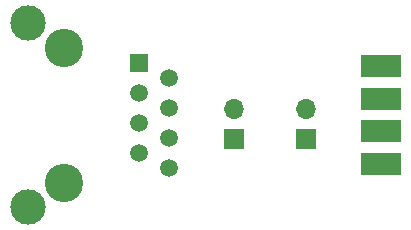
<source format=gbr>
%TF.GenerationSoftware,KiCad,Pcbnew,7.0.1*%
%TF.CreationDate,2023-10-03T11:55:05-04:00*%
%TF.ProjectId,CAN Adapter,43414e20-4164-4617-9074-65722e6b6963,rev?*%
%TF.SameCoordinates,Original*%
%TF.FileFunction,Soldermask,Bot*%
%TF.FilePolarity,Negative*%
%FSLAX46Y46*%
G04 Gerber Fmt 4.6, Leading zero omitted, Abs format (unit mm)*
G04 Created by KiCad (PCBNEW 7.0.1) date 2023-10-03 11:55:05*
%MOMM*%
%LPD*%
G01*
G04 APERTURE LIST*
%ADD10R,1.700000X1.700000*%
%ADD11O,1.700000X1.700000*%
%ADD12R,3.480000X1.846667*%
%ADD13C,3.250000*%
%ADD14R,1.500000X1.500000*%
%ADD15C,1.500000*%
%ADD16C,3.000000*%
G04 APERTURE END LIST*
D10*
%TO.C,JP1*%
X145542000Y-91948000D03*
D11*
X145542000Y-89408000D03*
%TD*%
D10*
%TO.C,JP2*%
X151638000Y-91948000D03*
D11*
X151638000Y-89408000D03*
%TD*%
D12*
%TO.C,J1*%
X158037500Y-85761000D03*
X158037500Y-88531000D03*
X158037500Y-91301000D03*
X158037500Y-94071000D03*
%TD*%
D13*
%TO.C,J2*%
X131139000Y-84201000D03*
X131139000Y-95631000D03*
D14*
X137489000Y-85471000D03*
D15*
X140029000Y-86741000D03*
X137489000Y-88011000D03*
X140029000Y-89281000D03*
X137489000Y-90551000D03*
X140029000Y-91821000D03*
X137489000Y-93091000D03*
X140029000Y-94361000D03*
D16*
X128089000Y-82146000D03*
X128089000Y-97686000D03*
%TD*%
M02*

</source>
